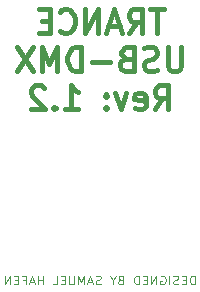
<source format=gbr>
%TF.GenerationSoftware,KiCad,Pcbnew,9.0.5*%
%TF.CreationDate,2025-10-06T23:19:49+02:00*%
%TF.ProjectId,usb-dmx,7573622d-646d-4782-9e6b-696361645f70,1.2*%
%TF.SameCoordinates,Original*%
%TF.FileFunction,Legend,Bot*%
%TF.FilePolarity,Positive*%
%FSLAX46Y46*%
G04 Gerber Fmt 4.6, Leading zero omitted, Abs format (unit mm)*
G04 Created by KiCad (PCBNEW 9.0.5) date 2025-10-06 23:19:49*
%MOMM*%
%LPD*%
G01*
G04 APERTURE LIST*
%ADD10C,0.093750*%
%ADD11C,0.400000*%
G04 APERTURE END LIST*
D10*
X108017856Y-87342089D02*
X108017856Y-86592089D01*
X108017856Y-86592089D02*
X107839285Y-86592089D01*
X107839285Y-86592089D02*
X107732142Y-86627803D01*
X107732142Y-86627803D02*
X107660713Y-86699232D01*
X107660713Y-86699232D02*
X107624999Y-86770660D01*
X107624999Y-86770660D02*
X107589285Y-86913517D01*
X107589285Y-86913517D02*
X107589285Y-87020660D01*
X107589285Y-87020660D02*
X107624999Y-87163517D01*
X107624999Y-87163517D02*
X107660713Y-87234946D01*
X107660713Y-87234946D02*
X107732142Y-87306375D01*
X107732142Y-87306375D02*
X107839285Y-87342089D01*
X107839285Y-87342089D02*
X108017856Y-87342089D01*
X107267856Y-86949232D02*
X107017856Y-86949232D01*
X106910713Y-87342089D02*
X107267856Y-87342089D01*
X107267856Y-87342089D02*
X107267856Y-86592089D01*
X107267856Y-86592089D02*
X106910713Y-86592089D01*
X106624999Y-87306375D02*
X106517857Y-87342089D01*
X106517857Y-87342089D02*
X106339285Y-87342089D01*
X106339285Y-87342089D02*
X106267857Y-87306375D01*
X106267857Y-87306375D02*
X106232142Y-87270660D01*
X106232142Y-87270660D02*
X106196428Y-87199232D01*
X106196428Y-87199232D02*
X106196428Y-87127803D01*
X106196428Y-87127803D02*
X106232142Y-87056375D01*
X106232142Y-87056375D02*
X106267857Y-87020660D01*
X106267857Y-87020660D02*
X106339285Y-86984946D01*
X106339285Y-86984946D02*
X106482142Y-86949232D01*
X106482142Y-86949232D02*
X106553571Y-86913517D01*
X106553571Y-86913517D02*
X106589285Y-86877803D01*
X106589285Y-86877803D02*
X106624999Y-86806375D01*
X106624999Y-86806375D02*
X106624999Y-86734946D01*
X106624999Y-86734946D02*
X106589285Y-86663517D01*
X106589285Y-86663517D02*
X106553571Y-86627803D01*
X106553571Y-86627803D02*
X106482142Y-86592089D01*
X106482142Y-86592089D02*
X106303571Y-86592089D01*
X106303571Y-86592089D02*
X106196428Y-86627803D01*
X105874999Y-87342089D02*
X105874999Y-86592089D01*
X105124999Y-86627803D02*
X105196428Y-86592089D01*
X105196428Y-86592089D02*
X105303570Y-86592089D01*
X105303570Y-86592089D02*
X105410713Y-86627803D01*
X105410713Y-86627803D02*
X105482142Y-86699232D01*
X105482142Y-86699232D02*
X105517856Y-86770660D01*
X105517856Y-86770660D02*
X105553570Y-86913517D01*
X105553570Y-86913517D02*
X105553570Y-87020660D01*
X105553570Y-87020660D02*
X105517856Y-87163517D01*
X105517856Y-87163517D02*
X105482142Y-87234946D01*
X105482142Y-87234946D02*
X105410713Y-87306375D01*
X105410713Y-87306375D02*
X105303570Y-87342089D01*
X105303570Y-87342089D02*
X105232142Y-87342089D01*
X105232142Y-87342089D02*
X105124999Y-87306375D01*
X105124999Y-87306375D02*
X105089285Y-87270660D01*
X105089285Y-87270660D02*
X105089285Y-87020660D01*
X105089285Y-87020660D02*
X105232142Y-87020660D01*
X104767856Y-87342089D02*
X104767856Y-86592089D01*
X104767856Y-86592089D02*
X104339285Y-87342089D01*
X104339285Y-87342089D02*
X104339285Y-86592089D01*
X103982142Y-86949232D02*
X103732142Y-86949232D01*
X103624999Y-87342089D02*
X103982142Y-87342089D01*
X103982142Y-87342089D02*
X103982142Y-86592089D01*
X103982142Y-86592089D02*
X103624999Y-86592089D01*
X103303571Y-87342089D02*
X103303571Y-86592089D01*
X103303571Y-86592089D02*
X103125000Y-86592089D01*
X103125000Y-86592089D02*
X103017857Y-86627803D01*
X103017857Y-86627803D02*
X102946428Y-86699232D01*
X102946428Y-86699232D02*
X102910714Y-86770660D01*
X102910714Y-86770660D02*
X102875000Y-86913517D01*
X102875000Y-86913517D02*
X102875000Y-87020660D01*
X102875000Y-87020660D02*
X102910714Y-87163517D01*
X102910714Y-87163517D02*
X102946428Y-87234946D01*
X102946428Y-87234946D02*
X103017857Y-87306375D01*
X103017857Y-87306375D02*
X103125000Y-87342089D01*
X103125000Y-87342089D02*
X103303571Y-87342089D01*
X101732142Y-86949232D02*
X101624999Y-86984946D01*
X101624999Y-86984946D02*
X101589285Y-87020660D01*
X101589285Y-87020660D02*
X101553571Y-87092089D01*
X101553571Y-87092089D02*
X101553571Y-87199232D01*
X101553571Y-87199232D02*
X101589285Y-87270660D01*
X101589285Y-87270660D02*
X101624999Y-87306375D01*
X101624999Y-87306375D02*
X101696428Y-87342089D01*
X101696428Y-87342089D02*
X101982142Y-87342089D01*
X101982142Y-87342089D02*
X101982142Y-86592089D01*
X101982142Y-86592089D02*
X101732142Y-86592089D01*
X101732142Y-86592089D02*
X101660714Y-86627803D01*
X101660714Y-86627803D02*
X101624999Y-86663517D01*
X101624999Y-86663517D02*
X101589285Y-86734946D01*
X101589285Y-86734946D02*
X101589285Y-86806375D01*
X101589285Y-86806375D02*
X101624999Y-86877803D01*
X101624999Y-86877803D02*
X101660714Y-86913517D01*
X101660714Y-86913517D02*
X101732142Y-86949232D01*
X101732142Y-86949232D02*
X101982142Y-86949232D01*
X101089285Y-86984946D02*
X101089285Y-87342089D01*
X101339285Y-86592089D02*
X101089285Y-86984946D01*
X101089285Y-86984946D02*
X100839285Y-86592089D01*
X100053570Y-87306375D02*
X99946428Y-87342089D01*
X99946428Y-87342089D02*
X99767856Y-87342089D01*
X99767856Y-87342089D02*
X99696428Y-87306375D01*
X99696428Y-87306375D02*
X99660713Y-87270660D01*
X99660713Y-87270660D02*
X99624999Y-87199232D01*
X99624999Y-87199232D02*
X99624999Y-87127803D01*
X99624999Y-87127803D02*
X99660713Y-87056375D01*
X99660713Y-87056375D02*
X99696428Y-87020660D01*
X99696428Y-87020660D02*
X99767856Y-86984946D01*
X99767856Y-86984946D02*
X99910713Y-86949232D01*
X99910713Y-86949232D02*
X99982142Y-86913517D01*
X99982142Y-86913517D02*
X100017856Y-86877803D01*
X100017856Y-86877803D02*
X100053570Y-86806375D01*
X100053570Y-86806375D02*
X100053570Y-86734946D01*
X100053570Y-86734946D02*
X100017856Y-86663517D01*
X100017856Y-86663517D02*
X99982142Y-86627803D01*
X99982142Y-86627803D02*
X99910713Y-86592089D01*
X99910713Y-86592089D02*
X99732142Y-86592089D01*
X99732142Y-86592089D02*
X99624999Y-86627803D01*
X99339284Y-87127803D02*
X98982142Y-87127803D01*
X99410713Y-87342089D02*
X99160713Y-86592089D01*
X99160713Y-86592089D02*
X98910713Y-87342089D01*
X98660713Y-87342089D02*
X98660713Y-86592089D01*
X98660713Y-86592089D02*
X98410713Y-87127803D01*
X98410713Y-87127803D02*
X98160713Y-86592089D01*
X98160713Y-86592089D02*
X98160713Y-87342089D01*
X97803570Y-86592089D02*
X97803570Y-87199232D01*
X97803570Y-87199232D02*
X97767856Y-87270660D01*
X97767856Y-87270660D02*
X97732142Y-87306375D01*
X97732142Y-87306375D02*
X97660713Y-87342089D01*
X97660713Y-87342089D02*
X97517856Y-87342089D01*
X97517856Y-87342089D02*
X97446427Y-87306375D01*
X97446427Y-87306375D02*
X97410713Y-87270660D01*
X97410713Y-87270660D02*
X97374999Y-87199232D01*
X97374999Y-87199232D02*
X97374999Y-86592089D01*
X97017856Y-86949232D02*
X96767856Y-86949232D01*
X96660713Y-87342089D02*
X97017856Y-87342089D01*
X97017856Y-87342089D02*
X97017856Y-86592089D01*
X97017856Y-86592089D02*
X96660713Y-86592089D01*
X95982142Y-87342089D02*
X96339285Y-87342089D01*
X96339285Y-87342089D02*
X96339285Y-86592089D01*
X95160713Y-87342089D02*
X95160713Y-86592089D01*
X95160713Y-86949232D02*
X94732142Y-86949232D01*
X94732142Y-87342089D02*
X94732142Y-86592089D01*
X94410713Y-87127803D02*
X94053571Y-87127803D01*
X94482142Y-87342089D02*
X94232142Y-86592089D01*
X94232142Y-86592089D02*
X93982142Y-87342089D01*
X93482142Y-86949232D02*
X93732142Y-86949232D01*
X93732142Y-87342089D02*
X93732142Y-86592089D01*
X93732142Y-86592089D02*
X93374999Y-86592089D01*
X93089285Y-86949232D02*
X92839285Y-86949232D01*
X92732142Y-87342089D02*
X93089285Y-87342089D01*
X93089285Y-87342089D02*
X93089285Y-86592089D01*
X93089285Y-86592089D02*
X92732142Y-86592089D01*
X92410714Y-87342089D02*
X92410714Y-86592089D01*
X92410714Y-86592089D02*
X91982143Y-87342089D01*
X91982143Y-87342089D02*
X91982143Y-86592089D01*
D11*
X105380952Y-64044662D02*
X104238095Y-64044662D01*
X104809524Y-66044662D02*
X104809524Y-64044662D01*
X102428571Y-66044662D02*
X103095238Y-65092281D01*
X103571428Y-66044662D02*
X103571428Y-64044662D01*
X103571428Y-64044662D02*
X102809523Y-64044662D01*
X102809523Y-64044662D02*
X102619047Y-64139900D01*
X102619047Y-64139900D02*
X102523809Y-64235138D01*
X102523809Y-64235138D02*
X102428571Y-64425614D01*
X102428571Y-64425614D02*
X102428571Y-64711328D01*
X102428571Y-64711328D02*
X102523809Y-64901804D01*
X102523809Y-64901804D02*
X102619047Y-64997043D01*
X102619047Y-64997043D02*
X102809523Y-65092281D01*
X102809523Y-65092281D02*
X103571428Y-65092281D01*
X101666666Y-65473233D02*
X100714285Y-65473233D01*
X101857142Y-66044662D02*
X101190476Y-64044662D01*
X101190476Y-64044662D02*
X100523809Y-66044662D01*
X99857142Y-66044662D02*
X99857142Y-64044662D01*
X99857142Y-64044662D02*
X98714285Y-66044662D01*
X98714285Y-66044662D02*
X98714285Y-64044662D01*
X96619047Y-65854185D02*
X96714285Y-65949424D01*
X96714285Y-65949424D02*
X96999999Y-66044662D01*
X96999999Y-66044662D02*
X97190475Y-66044662D01*
X97190475Y-66044662D02*
X97476190Y-65949424D01*
X97476190Y-65949424D02*
X97666666Y-65758947D01*
X97666666Y-65758947D02*
X97761904Y-65568471D01*
X97761904Y-65568471D02*
X97857142Y-65187519D01*
X97857142Y-65187519D02*
X97857142Y-64901804D01*
X97857142Y-64901804D02*
X97761904Y-64520852D01*
X97761904Y-64520852D02*
X97666666Y-64330376D01*
X97666666Y-64330376D02*
X97476190Y-64139900D01*
X97476190Y-64139900D02*
X97190475Y-64044662D01*
X97190475Y-64044662D02*
X96999999Y-64044662D01*
X96999999Y-64044662D02*
X96714285Y-64139900D01*
X96714285Y-64139900D02*
X96619047Y-64235138D01*
X95761904Y-64997043D02*
X95095237Y-64997043D01*
X94809523Y-66044662D02*
X95761904Y-66044662D01*
X95761904Y-66044662D02*
X95761904Y-64044662D01*
X95761904Y-64044662D02*
X94809523Y-64044662D01*
X106857142Y-67264550D02*
X106857142Y-68883597D01*
X106857142Y-68883597D02*
X106761904Y-69074073D01*
X106761904Y-69074073D02*
X106666666Y-69169312D01*
X106666666Y-69169312D02*
X106476190Y-69264550D01*
X106476190Y-69264550D02*
X106095237Y-69264550D01*
X106095237Y-69264550D02*
X105904761Y-69169312D01*
X105904761Y-69169312D02*
X105809523Y-69074073D01*
X105809523Y-69074073D02*
X105714285Y-68883597D01*
X105714285Y-68883597D02*
X105714285Y-67264550D01*
X104857142Y-69169312D02*
X104571428Y-69264550D01*
X104571428Y-69264550D02*
X104095237Y-69264550D01*
X104095237Y-69264550D02*
X103904761Y-69169312D01*
X103904761Y-69169312D02*
X103809523Y-69074073D01*
X103809523Y-69074073D02*
X103714285Y-68883597D01*
X103714285Y-68883597D02*
X103714285Y-68693121D01*
X103714285Y-68693121D02*
X103809523Y-68502645D01*
X103809523Y-68502645D02*
X103904761Y-68407407D01*
X103904761Y-68407407D02*
X104095237Y-68312169D01*
X104095237Y-68312169D02*
X104476190Y-68216931D01*
X104476190Y-68216931D02*
X104666666Y-68121692D01*
X104666666Y-68121692D02*
X104761904Y-68026454D01*
X104761904Y-68026454D02*
X104857142Y-67835978D01*
X104857142Y-67835978D02*
X104857142Y-67645502D01*
X104857142Y-67645502D02*
X104761904Y-67455026D01*
X104761904Y-67455026D02*
X104666666Y-67359788D01*
X104666666Y-67359788D02*
X104476190Y-67264550D01*
X104476190Y-67264550D02*
X103999999Y-67264550D01*
X103999999Y-67264550D02*
X103714285Y-67359788D01*
X102190475Y-68216931D02*
X101904761Y-68312169D01*
X101904761Y-68312169D02*
X101809523Y-68407407D01*
X101809523Y-68407407D02*
X101714285Y-68597883D01*
X101714285Y-68597883D02*
X101714285Y-68883597D01*
X101714285Y-68883597D02*
X101809523Y-69074073D01*
X101809523Y-69074073D02*
X101904761Y-69169312D01*
X101904761Y-69169312D02*
X102095237Y-69264550D01*
X102095237Y-69264550D02*
X102857142Y-69264550D01*
X102857142Y-69264550D02*
X102857142Y-67264550D01*
X102857142Y-67264550D02*
X102190475Y-67264550D01*
X102190475Y-67264550D02*
X101999999Y-67359788D01*
X101999999Y-67359788D02*
X101904761Y-67455026D01*
X101904761Y-67455026D02*
X101809523Y-67645502D01*
X101809523Y-67645502D02*
X101809523Y-67835978D01*
X101809523Y-67835978D02*
X101904761Y-68026454D01*
X101904761Y-68026454D02*
X101999999Y-68121692D01*
X101999999Y-68121692D02*
X102190475Y-68216931D01*
X102190475Y-68216931D02*
X102857142Y-68216931D01*
X100857142Y-68502645D02*
X99333333Y-68502645D01*
X98380952Y-69264550D02*
X98380952Y-67264550D01*
X98380952Y-67264550D02*
X97904762Y-67264550D01*
X97904762Y-67264550D02*
X97619047Y-67359788D01*
X97619047Y-67359788D02*
X97428571Y-67550264D01*
X97428571Y-67550264D02*
X97333333Y-67740740D01*
X97333333Y-67740740D02*
X97238095Y-68121692D01*
X97238095Y-68121692D02*
X97238095Y-68407407D01*
X97238095Y-68407407D02*
X97333333Y-68788359D01*
X97333333Y-68788359D02*
X97428571Y-68978835D01*
X97428571Y-68978835D02*
X97619047Y-69169312D01*
X97619047Y-69169312D02*
X97904762Y-69264550D01*
X97904762Y-69264550D02*
X98380952Y-69264550D01*
X96380952Y-69264550D02*
X96380952Y-67264550D01*
X96380952Y-67264550D02*
X95714285Y-68693121D01*
X95714285Y-68693121D02*
X95047619Y-67264550D01*
X95047619Y-67264550D02*
X95047619Y-69264550D01*
X94285714Y-67264550D02*
X92952381Y-69264550D01*
X92952381Y-67264550D02*
X94285714Y-69264550D01*
X104619048Y-72484438D02*
X105285715Y-71532057D01*
X105761905Y-72484438D02*
X105761905Y-70484438D01*
X105761905Y-70484438D02*
X105000000Y-70484438D01*
X105000000Y-70484438D02*
X104809524Y-70579676D01*
X104809524Y-70579676D02*
X104714286Y-70674914D01*
X104714286Y-70674914D02*
X104619048Y-70865390D01*
X104619048Y-70865390D02*
X104619048Y-71151104D01*
X104619048Y-71151104D02*
X104714286Y-71341580D01*
X104714286Y-71341580D02*
X104809524Y-71436819D01*
X104809524Y-71436819D02*
X105000000Y-71532057D01*
X105000000Y-71532057D02*
X105761905Y-71532057D01*
X103000000Y-72389200D02*
X103190476Y-72484438D01*
X103190476Y-72484438D02*
X103571429Y-72484438D01*
X103571429Y-72484438D02*
X103761905Y-72389200D01*
X103761905Y-72389200D02*
X103857143Y-72198723D01*
X103857143Y-72198723D02*
X103857143Y-71436819D01*
X103857143Y-71436819D02*
X103761905Y-71246342D01*
X103761905Y-71246342D02*
X103571429Y-71151104D01*
X103571429Y-71151104D02*
X103190476Y-71151104D01*
X103190476Y-71151104D02*
X103000000Y-71246342D01*
X103000000Y-71246342D02*
X102904762Y-71436819D01*
X102904762Y-71436819D02*
X102904762Y-71627295D01*
X102904762Y-71627295D02*
X103857143Y-71817771D01*
X102238095Y-71151104D02*
X101761905Y-72484438D01*
X101761905Y-72484438D02*
X101285714Y-71151104D01*
X100523809Y-72293961D02*
X100428571Y-72389200D01*
X100428571Y-72389200D02*
X100523809Y-72484438D01*
X100523809Y-72484438D02*
X100619047Y-72389200D01*
X100619047Y-72389200D02*
X100523809Y-72293961D01*
X100523809Y-72293961D02*
X100523809Y-72484438D01*
X100523809Y-71246342D02*
X100428571Y-71341580D01*
X100428571Y-71341580D02*
X100523809Y-71436819D01*
X100523809Y-71436819D02*
X100619047Y-71341580D01*
X100619047Y-71341580D02*
X100523809Y-71246342D01*
X100523809Y-71246342D02*
X100523809Y-71436819D01*
X96999999Y-72484438D02*
X98142856Y-72484438D01*
X97571428Y-72484438D02*
X97571428Y-70484438D01*
X97571428Y-70484438D02*
X97761904Y-70770152D01*
X97761904Y-70770152D02*
X97952380Y-70960628D01*
X97952380Y-70960628D02*
X98142856Y-71055866D01*
X96142856Y-72293961D02*
X96047618Y-72389200D01*
X96047618Y-72389200D02*
X96142856Y-72484438D01*
X96142856Y-72484438D02*
X96238094Y-72389200D01*
X96238094Y-72389200D02*
X96142856Y-72293961D01*
X96142856Y-72293961D02*
X96142856Y-72484438D01*
X95285713Y-70674914D02*
X95190475Y-70579676D01*
X95190475Y-70579676D02*
X94999999Y-70484438D01*
X94999999Y-70484438D02*
X94523808Y-70484438D01*
X94523808Y-70484438D02*
X94333332Y-70579676D01*
X94333332Y-70579676D02*
X94238094Y-70674914D01*
X94238094Y-70674914D02*
X94142856Y-70865390D01*
X94142856Y-70865390D02*
X94142856Y-71055866D01*
X94142856Y-71055866D02*
X94238094Y-71341580D01*
X94238094Y-71341580D02*
X95380951Y-72484438D01*
X95380951Y-72484438D02*
X94142856Y-72484438D01*
M02*

</source>
